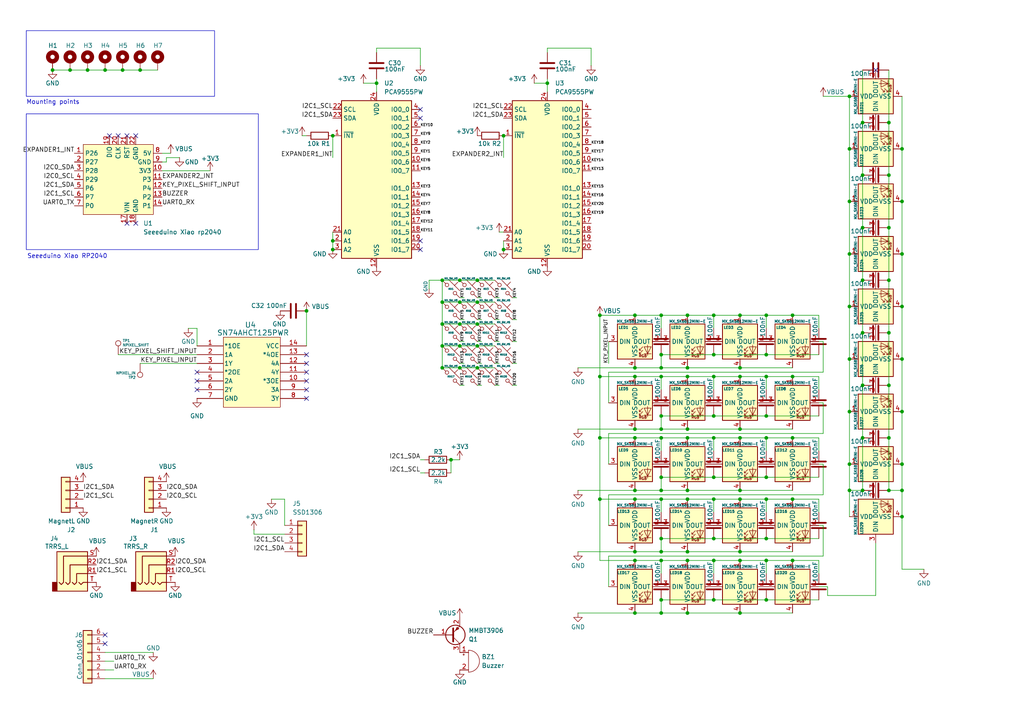
<source format=kicad_sch>
(kicad_sch (version 20231120) (generator "eeschema") (generator_version "8.0")
  (paper "A4")
  (junction (at 138.43 81.28))
  (junction (at 184.15 91.44))
  (junction (at 191.77 160.02))
  (junction (at 133.35 100.33))
  (junction (at 214.63 144.78))
  (junction (at 191.77 156.21))
  (junction (at 250.19 96.52))
  (junction (at 191.77 124.46))
  (junction (at 138.43 106.68))
  (junction (at 250.19 35.56))
  (junction (at 214.63 106.68))
  (junction (at 222.25 138.43))
  (junction (at 207.01 144.78))
  (junction (at 246.38 119.38))
  (junction (at 261.62 58.42))
  (junction (at 191.77 144.78))
  (junction (at 207.01 127))
  (junction (at 222.25 109.22))
  (junction (at 214.63 160.02))
  (junction (at 222.25 144.78))
  (junction (at 214.63 124.46))
  (junction (at 191.77 120.65))
  (junction (at 261.62 43.18))
  (junction (at 246.38 88.9))
  (junction (at 199.39 91.44))
  (junction (at 214.63 127))
  (junction (at 128.27 106.68))
  (junction (at 257.81 111.76))
  (junction (at 199.39 106.68))
  (junction (at 191.77 127))
  (junction (at 173.99 109.22))
  (junction (at 88.9 90.17))
  (junction (at 173.99 127))
  (junction (at 199.39 127))
  (junction (at 246.38 142.24))
  (junction (at 229.87 127))
  (junction (at 191.77 177.8))
  (junction (at 191.77 138.43))
  (junction (at 261.62 119.38))
  (junction (at 184.15 160.02))
  (junction (at 229.87 109.22))
  (junction (at 184.15 106.68))
  (junction (at 261.62 104.14))
  (junction (at 191.77 106.68))
  (junction (at 40.64 20.32))
  (junction (at 96.52 72.39))
  (junction (at 128.27 100.33))
  (junction (at 250.19 127))
  (junction (at 222.25 91.44))
  (junction (at 199.39 177.8))
  (junction (at 207.01 173.99))
  (junction (at 214.63 177.8))
  (junction (at 261.62 134.62))
  (junction (at 246.38 27.94))
  (junction (at 15.24 20.32))
  (junction (at 257.81 35.56))
  (junction (at 257.81 81.28))
  (junction (at 229.87 144.78))
  (junction (at 214.63 162.56))
  (junction (at 207.01 120.65))
  (junction (at 138.43 100.33))
  (junction (at 222.25 120.65))
  (junction (at 207.01 156.21))
  (junction (at 246.38 43.18))
  (junction (at 250.19 81.28))
  (junction (at 214.63 142.24))
  (junction (at 138.43 93.98))
  (junction (at 35.56 20.32))
  (junction (at 261.62 88.9))
  (junction (at 173.99 91.44))
  (junction (at 130.81 133.35))
  (junction (at 133.35 106.68))
  (junction (at 199.39 144.78))
  (junction (at 128.27 93.98))
  (junction (at 191.77 162.56))
  (junction (at 222.25 162.56))
  (junction (at 191.77 109.22))
  (junction (at 257.81 66.04))
  (junction (at 250.19 50.8))
  (junction (at 246.38 104.14))
  (junction (at 25.4 20.32))
  (junction (at 133.35 81.28))
  (junction (at 257.81 127))
  (junction (at 250.19 111.76))
  (junction (at 207.01 138.43))
  (junction (at 229.87 91.44))
  (junction (at 257.81 142.24))
  (junction (at 207.01 162.56))
  (junction (at 184.15 109.22))
  (junction (at 214.63 109.22))
  (junction (at 250.19 142.24))
  (junction (at 246.38 58.42))
  (junction (at 222.25 173.99))
  (junction (at 214.63 91.44))
  (junction (at 158.75 24.13))
  (junction (at 138.43 87.63))
  (junction (at 133.35 93.98))
  (junction (at 133.35 87.63))
  (junction (at 191.77 173.99))
  (junction (at 191.77 102.87))
  (junction (at 146.05 72.39))
  (junction (at 30.48 20.32))
  (junction (at 199.39 142.24))
  (junction (at 261.62 149.86))
  (junction (at 207.01 109.22))
  (junction (at 184.15 142.24))
  (junction (at 257.81 50.8))
  (junction (at 257.81 96.52))
  (junction (at 261.62 142.24))
  (junction (at 246.38 134.62))
  (junction (at 199.39 109.22))
  (junction (at 199.39 162.56))
  (junction (at 207.01 91.44))
  (junction (at 184.15 144.78))
  (junction (at 128.27 81.28))
  (junction (at 261.62 73.66))
  (junction (at 222.25 156.21))
  (junction (at 146.05 39.37))
  (junction (at 222.25 127))
  (junction (at 207.01 102.87))
  (junction (at 184.15 177.8))
  (junction (at 199.39 160.02))
  (junction (at 96.52 69.85))
  (junction (at 109.22 24.13))
  (junction (at 20.32 20.32))
  (junction (at 191.77 91.44))
  (junction (at 191.77 142.24))
  (junction (at 184.15 127))
  (junction (at 96.52 39.37))
  (junction (at 184.15 124.46))
  (junction (at 229.87 162.56))
  (junction (at 222.25 102.87))
  (junction (at 250.19 66.04))
  (junction (at 173.99 144.78))
  (junction (at 199.39 124.46))
  (junction (at 246.38 73.66))
  (junction (at 184.15 162.56))
  (junction (at 128.27 87.63))
  (no_connect (at 36.83 64.77))
  (no_connect (at 88.9 110.49))
  (no_connect (at 121.92 69.85))
  (no_connect (at 36.83 39.37))
  (no_connect (at 121.92 72.39))
  (no_connect (at 88.9 113.03))
  (no_connect (at 88.9 115.57))
  (no_connect (at 57.15 107.95))
  (no_connect (at 30.48 184.15))
  (no_connect (at 57.15 113.03))
  (no_connect (at 88.9 107.95))
  (no_connect (at 39.37 39.37))
  (no_connect (at 121.92 31.75))
  (no_connect (at 34.29 39.37))
  (no_connect (at 31.75 39.37))
  (no_connect (at 88.9 105.41))
  (no_connect (at 121.92 34.29))
  (no_connect (at 254 20.32))
  (no_connect (at 57.15 110.49))
  (no_connect (at 39.37 64.77))
  (no_connect (at 30.48 186.69))
  (no_connect (at 88.9 102.87))
  (wire (pts (xy 257.81 127) (xy 257.81 142.24)))
  (wire (pts (xy 158.75 13.97) (xy 158.75 15.24)))
  (wire (pts (xy 87.63 39.37) (xy 88.9 39.37)))
  (wire (pts (xy 199.39 160.02) (xy 214.63 160.02)))
  (wire (pts (xy 167.64 177.8) (xy 184.15 177.8)))
  (wire (pts (xy 237.49 166.37) (xy 237.49 162.56)))
  (wire (pts (xy 261.62 119.38) (xy 261.62 134.62)))
  (wire (pts (xy 139.7 105.41) (xy 138.43 105.41)))
  (wire (pts (xy 207.01 144.78) (xy 214.63 144.78)))
  (wire (pts (xy 207.01 120.65) (xy 222.25 120.65)))
  (wire (pts (xy 257.81 66.04) (xy 257.81 81.28)))
  (wire (pts (xy 173.99 109.22) (xy 184.15 109.22)))
  (wire (pts (xy 144.78 99.06) (xy 143.51 99.06)))
  (wire (pts (xy 138.43 81.28) (xy 143.51 81.28)))
  (wire (pts (xy 222.25 102.87) (xy 237.49 102.87)))
  (wire (pts (xy 191.77 91.44) (xy 184.15 91.44)))
  (wire (pts (xy 250.19 50.8) (xy 250.19 66.04)))
  (wire (pts (xy 191.77 156.21) (xy 207.01 156.21)))
  (wire (pts (xy 49.53 44.45) (xy 46.99 44.45)))
  (wire (pts (xy 246.38 88.9) (xy 246.38 104.14)))
  (wire (pts (xy 261.62 73.66) (xy 261.62 88.9)))
  (wire (pts (xy 149.86 99.06) (xy 148.59 99.06)))
  (wire (pts (xy 250.19 111.76) (xy 250.19 127)))
  (wire (pts (xy 246.38 43.18) (xy 246.38 58.42)))
  (wire (pts (xy 144.78 67.31) (xy 146.05 67.31)))
  (wire (pts (xy 207.01 127) (xy 199.39 127)))
  (wire (pts (xy 191.77 113.03) (xy 191.77 109.22)))
  (wire (pts (xy 173.99 91.44) (xy 173.99 109.22)))
  (wire (pts (xy 158.75 24.13) (xy 158.75 26.67)))
  (wire (pts (xy 238.76 143.51) (xy 238.76 134.62)))
  (wire (pts (xy 238.76 161.29) (xy 176.53 161.29)))
  (wire (pts (xy 146.05 39.37) (xy 146.05 45.72)))
  (wire (pts (xy 130.81 133.35) (xy 130.81 137.16)))
  (wire (pts (xy 40.64 20.32) (xy 45.72 20.32)))
  (wire (pts (xy 214.63 177.8) (xy 229.87 177.8)))
  (wire (pts (xy 134.62 86.36) (xy 133.35 86.36)))
  (wire (pts (xy 238.76 125.73) (xy 238.76 116.84)))
  (wire (pts (xy 96.52 69.85) (xy 96.52 72.39)))
  (wire (pts (xy 238.76 99.06) (xy 237.49 99.06)))
  (wire (pts (xy 191.77 130.81) (xy 191.77 127)))
  (wire (pts (xy 88.9 90.17) (xy 88.9 100.33)))
  (wire (pts (xy 207.01 173.99) (xy 222.25 173.99)))
  (wire (pts (xy 222.25 113.03) (xy 222.25 109.22)))
  (wire (pts (xy 222.25 148.59) (xy 222.25 144.78)))
  (wire (pts (xy 176.53 105.41) (xy 176.53 99.06)))
  (wire (pts (xy 15.24 20.32) (xy 20.32 20.32)))
  (wire (pts (xy 133.35 81.28) (xy 138.43 81.28)))
  (wire (pts (xy 25.4 20.32) (xy 30.48 20.32)))
  (wire (pts (xy 222.25 130.81) (xy 222.25 127)))
  (wire (pts (xy 60.96 49.53) (xy 46.99 49.53)))
  (wire (pts (xy 237.49 109.22) (xy 229.87 109.22)))
  (wire (pts (xy 176.53 143.51) (xy 176.53 152.4)))
  (wire (pts (xy 222.25 127) (xy 229.87 127)))
  (wire (pts (xy 128.27 81.28) (xy 124.46 81.28)))
  (wire (pts (xy 214.63 160.02) (xy 229.87 160.02)))
  (wire (pts (xy 214.63 142.24) (xy 229.87 142.24)))
  (wire (pts (xy 237.49 152.4) (xy 238.76 152.4)))
  (wire (pts (xy 257.81 81.28) (xy 257.81 96.52)))
  (wire (pts (xy 261.62 104.14) (xy 261.62 119.38)))
  (wire (pts (xy 191.77 95.25) (xy 191.77 91.44)))
  (wire (pts (xy 257.81 96.52) (xy 257.81 111.76)))
  (wire (pts (xy 109.22 24.13) (xy 109.22 26.67)))
  (wire (pts (xy 237.49 95.25) (xy 237.49 91.44)))
  (wire (pts (xy 176.53 107.95) (xy 176.53 116.84)))
  (wire (pts (xy 176.53 125.73) (xy 176.53 134.62)))
  (wire (pts (xy 246.38 27.94) (xy 246.38 43.18)))
  (wire (pts (xy 207.01 91.44) (xy 214.63 91.44)))
  (wire (pts (xy 207.01 144.78) (xy 199.39 144.78)))
  (wire (pts (xy 250.19 96.52) (xy 250.19 111.76)))
  (wire (pts (xy 173.99 127) (xy 173.99 144.78)))
  (wire (pts (xy 167.64 124.46) (xy 184.15 124.46)))
  (wire (pts (xy 173.99 109.22) (xy 173.99 127)))
  (wire (pts (xy 40.64 105.41) (xy 57.15 105.41)))
  (wire (pts (xy 222.25 109.22) (xy 214.63 109.22)))
  (wire (pts (xy 257.81 111.76) (xy 257.81 127)))
  (wire (pts (xy 191.77 109.22) (xy 184.15 109.22)))
  (wire (pts (xy 240.03 172.72) (xy 240.03 170.18)))
  (wire (pts (xy 207.01 95.25) (xy 207.01 91.44)))
  (wire (pts (xy 238.76 152.4) (xy 238.76 161.29)))
  (wire (pts (xy 121.92 137.16) (xy 123.19 137.16)))
  (wire (pts (xy 191.77 109.22) (xy 199.39 109.22)))
  (wire (pts (xy 82.55 144.78) (xy 78.74 144.78)))
  (wire (pts (xy 191.77 144.78) (xy 199.39 144.78)))
  (wire (pts (xy 82.55 154.94) (xy 73.66 154.94)))
  (wire (pts (xy 176.53 125.73) (xy 238.76 125.73)))
  (wire (pts (xy 128.27 87.63) (xy 133.35 87.63)))
  (wire (pts (xy 222.25 166.37) (xy 222.25 162.56)))
  (wire (pts (xy 128.27 87.63) (xy 128.27 93.98)))
  (wire (pts (xy 207.01 130.81) (xy 207.01 127)))
  (wire (pts (xy 34.29 102.87) (xy 57.15 102.87)))
  (wire (pts (xy 173.99 127) (xy 184.15 127)))
  (wire (pts (xy 176.53 107.95) (xy 238.76 107.95)))
  (wire (pts (xy 134.62 92.71) (xy 133.35 92.71)))
  (wire (pts (xy 246.38 104.14) (xy 246.38 119.38)))
  (wire (pts (xy 207.01 91.44) (xy 199.39 91.44)))
  (wire (pts (xy 133.35 87.63) (xy 138.43 87.63)))
  (wire (pts (xy 167.64 142.24) (xy 184.15 142.24)))
  (wire (pts (xy 191.77 142.24) (xy 199.39 142.24)))
  (wire (pts (xy 246.38 149.86) (xy 246.38 142.24)))
  (wire (pts (xy 222.25 138.43) (xy 237.49 138.43)))
  (wire (pts (xy 261.62 149.86) (xy 261.62 165.1)))
  (wire (pts (xy 184.15 124.46) (xy 191.77 124.46)))
  (wire (pts (xy 121.92 13.97) (xy 121.92 19.05)))
  (wire (pts (xy 30.48 20.32) (xy 35.56 20.32)))
  (wire (pts (xy 246.38 73.66) (xy 246.38 88.9)))
  (wire (pts (xy 173.99 91.44) (xy 184.15 91.44)))
  (wire (pts (xy 222.25 162.56) (xy 214.63 162.56)))
  (wire (pts (xy 48.26 45.72) (xy 48.26 46.99)))
  (wire (pts (xy 250.19 81.28) (xy 250.19 96.52)))
  (wire (pts (xy 146.05 69.85) (xy 146.05 72.39)))
  (wire (pts (xy 207.01 109.22) (xy 199.39 109.22)))
  (wire (pts (xy 261.62 27.94) (xy 261.62 43.18)))
  (wire (pts (xy 44.45 196.85) (xy 30.48 196.85)))
  (wire (pts (xy 237.49 116.84) (xy 238.76 116.84)))
  (wire (pts (xy 191.77 102.87) (xy 207.01 102.87)))
  (wire (pts (xy 222.25 144.78) (xy 214.63 144.78)))
  (wire (pts (xy 173.99 162.56) (xy 184.15 162.56)))
  (wire (pts (xy 222.25 91.44) (xy 214.63 91.44)))
  (wire (pts (xy 237.49 144.78) (xy 229.87 144.78)))
  (wire (pts (xy 191.77 162.56) (xy 199.39 162.56)))
  (wire (pts (xy 261.62 134.62) (xy 261.62 142.24)))
  (wire (pts (xy 154.94 24.13) (xy 158.75 24.13)))
  (wire (pts (xy 257.81 20.32) (xy 257.81 35.56)))
  (wire (pts (xy 222.25 91.44) (xy 229.87 91.44)))
  (wire (pts (xy 261.62 43.18) (xy 261.62 58.42)))
  (wire (pts (xy 261.62 58.42) (xy 261.62 73.66)))
  (wire (pts (xy 214.63 106.68) (xy 229.87 106.68)))
  (wire (pts (xy 133.35 106.68) (xy 138.43 106.68)))
  (wire (pts (xy 35.56 20.32) (xy 40.64 20.32)))
  (wire (pts (xy 144.78 105.41) (xy 143.51 105.41)))
  (wire (pts (xy 133.35 100.33) (xy 138.43 100.33)))
  (wire (pts (xy 176.53 143.51) (xy 238.76 143.51)))
  (wire (pts (xy 158.75 22.86) (xy 158.75 24.13)))
  (wire (pts (xy 48.26 46.99) (xy 46.99 46.99)))
  (wire (pts (xy 250.19 66.04) (xy 250.19 81.28)))
  (wire (pts (xy 257.81 50.8) (xy 257.81 66.04)))
  (wire (pts (xy 139.7 92.71) (xy 138.43 92.71)))
  (wire (pts (xy 238.76 134.62) (xy 237.49 134.62)))
  (wire (pts (xy 191.77 162.56) (xy 184.15 162.56)))
  (wire (pts (xy 191.77 166.37) (xy 191.77 162.56)))
  (wire (pts (xy 173.99 144.78) (xy 173.99 162.56)))
  (wire (pts (xy 207.01 162.56) (xy 199.39 162.56)))
  (wire (pts (xy 191.77 138.43) (xy 191.77 142.24)))
  (wire (pts (xy 191.77 106.68) (xy 199.39 106.68)))
  (wire (pts (xy 167.64 106.68) (xy 184.15 106.68)))
  (wire (pts (xy 254 172.72) (xy 240.03 172.72)))
  (wire (pts (xy 191.77 91.44) (xy 199.39 91.44)))
  (wire (pts (xy 184.15 177.8) (xy 191.77 177.8)))
  (wire (pts (xy 184.15 160.02) (xy 191.77 160.02)))
  (wire (pts (xy 191.77 177.8) (xy 199.39 177.8)))
  (wire (pts (xy 207.01 113.03) (xy 207.01 109.22)))
  (wire (pts (xy 128.27 106.68) (xy 133.35 106.68)))
  (wire (pts (xy 237.49 127) (xy 229.87 127)))
  (wire (pts (xy 139.7 86.36) (xy 138.43 86.36)))
  (wire (pts (xy 191.77 120.65) (xy 191.77 124.46)))
  (wire (pts (xy 149.86 111.76) (xy 148.59 111.76)))
  (wire (pts (xy 207.01 138.43) (xy 222.25 138.43)))
  (wire (pts (xy 250.19 20.32) (xy 250.19 35.56)))
  (wire (pts (xy 207.01 162.56) (xy 214.63 162.56)))
  (wire (pts (xy 73.66 154.94) (xy 73.66 153.67)))
  (wire (pts (xy 207.01 109.22) (xy 214.63 109.22)))
  (wire (pts (xy 133.35 133.35) (xy 130.81 133.35)))
  (wire (pts (xy 240.03 170.18) (xy 237.49 170.18)))
  (wire (pts (xy 191.77 173.99) (xy 207.01 173.99)))
  (wire (pts (xy 128.27 81.28) (xy 128.27 87.63)))
  (wire (pts (xy 237.49 130.81) (xy 237.49 127)))
  (wire (pts (xy 207.01 102.87) (xy 222.25 102.87)))
  (wire (pts (xy 57.15 95.25) (xy 54.61 95.25)))
  (wire (pts (xy 57.15 100.33) (xy 57.15 95.25)))
  (wire (pts (xy 144.78 92.71) (xy 143.51 92.71)))
  (wire (pts (xy 105.41 24.13) (xy 109.22 24.13)))
  (wire (pts (xy 149.86 92.71) (xy 148.59 92.71)))
  (wire (pts (xy 138.43 87.63) (xy 143.51 87.63)))
  (wire (pts (xy 199.39 142.24) (xy 214.63 142.24)))
  (wire (pts (xy 184.15 142.24) (xy 191.77 142.24)))
  (wire (pts (xy 207.01 127) (xy 214.63 127)))
  (wire (pts (xy 30.48 189.23) (xy 44.45 189.23)))
  (wire (pts (xy 191.77 144.78) (xy 184.15 144.78)))
  (wire (pts (xy 222.25 127) (xy 214.63 127)))
  (wire (pts (xy 238.76 27.94) (xy 246.38 27.94)))
  (wire (pts (xy 257.81 35.56) (xy 257.81 50.8)))
  (wire (pts (xy 207.01 148.59) (xy 207.01 144.78)))
  (wire (pts (xy 128.27 93.98) (xy 133.35 93.98)))
  (wire (pts (xy 191.77 124.46) (xy 199.39 124.46)))
  (wire (pts (xy 261.62 88.9) (xy 261.62 104.14)))
  (wire (pts (xy 139.7 111.76) (xy 138.43 111.76)))
  (wire (pts (xy 128.27 93.98) (xy 128.27 100.33)))
  (wire (pts (xy 134.62 99.06) (xy 133.35 99.06)))
  (wire (pts (xy 20.32 20.32) (xy 25.4 20.32)))
  (wire (pts (xy 237.49 91.44) (xy 229.87 91.44)))
  (wire (pts (xy 222.25 162.56) (xy 229.87 162.56)))
  (wire (pts (xy 121.92 133.35) (xy 123.19 133.35)))
  (wire (pts (xy 149.86 86.36) (xy 148.59 86.36)))
  (wire (pts (xy 128.27 81.28) (xy 133.35 81.28)))
  (wire (pts (xy 33.02 194.31) (xy 30.48 194.31)))
  (wire (pts (xy 199.39 106.68) (xy 214.63 106.68)))
  (wire (pts (xy 96.52 39.37) (xy 96.52 45.72)))
  (wire (pts (xy 139.7 99.06) (xy 138.43 99.06)))
  (wire (pts (xy 214.63 124.46) (xy 229.87 124.46)))
  (wire (pts (xy 257.81 142.24) (xy 261.62 142.24)))
  (wire (pts (xy 109.22 22.86) (xy 109.22 24.13)))
  (wire (pts (xy 184.15 106.68) (xy 191.77 106.68)))
  (wire (pts (xy 267.97 165.1) (xy 261.62 165.1)))
  (wire (pts (xy 222.25 144.78) (xy 229.87 144.78)))
  (wire (pts (xy 96.52 67.31) (xy 96.52 69.85)))
  (wire (pts (xy 191.77 138.43) (xy 207.01 138.43)))
  (wire (pts (xy 138.43 93.98) (xy 143.51 93.98)))
  (wire (pts (xy 222.25 109.22) (xy 229.87 109.22)))
  (wire (pts (xy 144.78 86.36) (xy 143.51 86.36)))
  (wire (pts (xy 191.77 102.87) (xy 191.77 106.68)))
  (wire (pts (xy 138.43 100.33) (xy 143.51 100.33)))
  (wire (pts (xy 199.39 124.46) (xy 214.63 124.46)))
  (wire (pts (xy 158.75 13.97) (xy 171.45 13.97)))
  (wire (pts (xy 250.19 127) (xy 250.19 142.24)))
  (wire (pts (xy 48.26 45.72) (xy 52.07 45.72)))
  (wire (pts (xy 222.25 120.65) (xy 237.49 120.65)))
  (wire (pts (xy 109.22 13.97) (xy 109.22 15.24)))
  (wire (pts (xy 250.19 142.24) (xy 246.38 142.24)))
  (wire (pts (xy 33.02 191.77) (xy 30.48 191.77)))
  (wire (pts (xy 191.77 127) (xy 199.39 127)))
  (wire (pts (xy 237.49 148.59) (xy 237.49 144.78)))
  (wire (pts (xy 176.53 161.29) (xy 176.53 170.18)))
  (wire (pts (xy 191.77 127) (xy 184.15 127)))
  (wire (pts (xy 171.45 13.97) (xy 171.45 19.05)))
  (wire (pts (xy 82.55 144.78) (xy 82.55 152.4)))
  (wire (pts (xy 133.35 93.98) (xy 138.43 93.98)))
  (wire (pts (xy 207.01 166.37) (xy 207.01 162.56)))
  (wire (pts (xy 138.43 106.68) (xy 143.51 106.68)))
  (wire (pts (xy 238.76 107.95) (xy 238.76 99.06)))
  (wire (pts (xy 191.77 160.02) (xy 199.39 160.02)))
  (wire (pts (xy 167.64 160.02) (xy 184.15 160.02)))
  (wire (pts (xy 191.77 148.59) (xy 191.77 144.78)))
  (wire (pts (xy 134.62 111.76) (xy 133.35 111.76)))
  (wire (pts (xy 237.49 113.03) (xy 237.49 109.22)))
  (wire (pts (xy 134.62 105.41) (xy 133.35 105.41)))
  (wire (pts (xy 128.27 100.33) (xy 133.35 100.33)))
  (wire (pts (xy 250.19 35.56) (xy 250.19 50.8)))
  (wire (pts (xy 199.39 177.8) (xy 214.63 177.8)))
  (wire (pts (xy 109.22 13.97) (xy 121.92 13.97)))
  (wire (pts (xy 254 157.48) (xy 254 172.72)))
  (wire (pts (xy 246.38 134.62) (xy 246.38 142.24)))
  (wire (pts (xy 261.62 142.24) (xy 261.62 149.86)))
  (wire (pts (xy 173.99 144.78) (xy 184.15 144.78)))
  (wire (pts (xy 237.49 162.56) (xy 229.87 162.56)))
  (wire (pts (xy 207.01 156.21) (xy 222.25 156.21)))
  (wire (pts (xy 246.38 58.42) (xy 246.38 73.66)))
  (wire (pts (xy 222.25 173.99) (xy 237.49 173.99)))
  (wire (pts (xy 128.27 100.33) (xy 128.27 106.68)))
  (wire (pts (xy 124.46 81.28) (xy 124.46 83.82)))
  (wire (pts (xy 149.86 105.41) (xy 148.59 105.41)))
  (wire (pts (xy 222.25 95.25) (xy 222.25 91.44)))
  (wire (pts (xy 191.77 156.21) (xy 191.77 160.02)))
  (wire (pts (xy 246.38 119.38) (xy 246.38 134.62)))
  (wire (pts (xy 144.78 111.76) (xy 143.51 111.76)))
  (wire (pts (xy 222.25 156.21) (xy 237.49 156.21)))
  (wire (pts (xy 191.77 173.99) (xy 191.77 177.8)))
  (wire (pts (xy 191.77 120.65) (xy 207.01 120.65)))
  (rectangle (start 7.62 33.02) (end 74.93 72.39))
  (rectangle (start 7.62 8.89) (end 62.23 27.94))
  (text "Seeeduino Xiao RP2040" (at 7.874 74.422 0) (effects (font (size 1.27 1.27)) (justify left)))
  (text "Mounting points" (at 7.62 29.718 0) (effects (font (size 1.27 1.27)) (justify left)))
  (label "KEY_PIXEL_SHIFT_INPUT" (at 46.99 54.61 0))
  (label "EXPANDER1_INT" (at 21.59 44.45 180))
  (label "KEY11" (at 121.92 67.31 0) (effects (font (size 0.75 0.75))))
  (label "KEY_PIXEL_INPUT" (at 57.15 105.41 180))
  (label "KEY2" (at 139.7 86.36 90) (effects (font (size 0.75 0.75))))
  (label "KEY8" (at 149.86 92.71 90) (effects (font (size 0.75 0.75))))
  (label "I2C1_SDA" (at 24.13 142.24 0))
  (label "KEY15" (at 171.45 54.61 0) (effects (font (size 0.75 0.75))))
  (label "I2C1_SCL" (at 146.05 31.75 180))
  (label "I2C0_SDA" (at 21.59 49.53 180))
  (label "I2C1_SCL" (at 24.13 144.78 0))
  (label "BUZZER" (at 125.73 184.15 180))
  (label "KEY17" (at 171.45 44.45 0) (effects (font (size 0.75 0.75))))
  (label "KEY12" (at 149.86 99.06 90) (effects (font (size 0.75 0.75))))
  (label "I2C1_SCL" (at 21.59 57.15 180))
  (label "BUZZER" (at 46.99 57.15 0))
  (label "UART0_RX" (at 33.02 194.31 0))
  (label "KEY13" (at 171.45 49.53 0) (effects (font (size 0.75 0.75))))
  (label "KEY1" (at 134.62 86.36 90) (effects (font (size 0.75 0.75))))
  (label "I2C1_SCL" (at 27.94 166.37 0))
  (label "I2C1_SDA" (at 146.05 34.29 180))
  (label "I2C0_SCL" (at 48.26 144.78 0))
  (label "KEY19" (at 171.45 62.23 0) (effects (font (size 0.75 0.75))))
  (label "KEY5" (at 121.92 49.53 0) (effects (font (size 0.75 0.75))))
  (label "KEY18" (at 171.45 41.91 0) (effects (font (size 0.75 0.75))))
  (label "UART0_TX" (at 21.59 59.69 180))
  (label "KEY14" (at 171.45 46.99 0) (effects (font (size 0.75 0.75))))
  (label "EXPANDER2_INT" (at 146.05 45.72 180))
  (label "KEY_PIXEL_INPUT" (at 176.53 105.41 90) (effects (font (size 1 1))))
  (label "I2C1_SCL" (at 121.92 137.16 180))
  (label "KEY11" (at 144.78 99.06 90) (effects (font (size 0.75 0.75))))
  (label "KEY20" (at 149.86 111.76 90) (effects (font (size 0.75 0.75))))
  (label "KEY18" (at 139.7 111.76 90) (effects (font (size 0.75 0.75))))
  (label "KEY7" (at 144.78 92.71 90) (effects (font (size 0.75 0.75))))
  (label "KEY15" (at 144.78 105.41 90) (effects (font (size 0.75 0.75))))
  (label "KEY3" (at 144.78 86.36 90) (effects (font (size 0.75 0.75))))
  (label "KEY16" (at 171.45 57.15 0) (effects (font (size 0.75 0.75))))
  (label "I2C1_SCL" (at 96.52 31.75 180))
  (label "KEY3" (at 121.92 54.61 0) (effects (font (size 0.75 0.75))))
  (label "KEY2" (at 121.92 41.91 0) (effects (font (size 0.75 0.75))))
  (label "I2C1_SDA" (at 121.92 133.35 180))
  (label "KEY19" (at 144.78 111.76 90) (effects (font (size 0.75 0.75))))
  (label "UART0_TX" (at 33.02 191.77 0))
  (label "UART0_RX" (at 46.99 59.69 0))
  (label "EXPANDER2_INT" (at 46.99 52.07 0))
  (label "KEY17" (at 134.62 111.76 90) (effects (font (size 0.75 0.75))))
  (label "I2C1_SDA" (at 27.94 163.83 0))
  (label "I2C0_SCL" (at 50.8 166.37 0))
  (label "KEY10" (at 121.92 36.83 0) (effects (font (size 0.75 0.75))))
  (label "KEY7" (at 121.92 59.69 0) (effects (font (size 0.75 0.75))))
  (label "KEY6" (at 121.92 46.99 0) (effects (font (size 0.75 0.75))))
  (label "KEY12" (at 121.92 64.77 0) (effects (font (size 0.75 0.75))))
  (label "KEY20" (at 171.45 59.69 0) (effects (font (size 0.75 0.75))))
  (label "KEY8" (at 121.92 62.23 0) (effects (font (size 0.75 0.75))))
  (label "I2C0_SDA" (at 48.26 142.24 0))
  (label "KEY13" (at 134.62 105.41 90) (effects (font (size 0.75 0.75))))
  (label "KEY16" (at 149.86 105.41 90) (effects (font (size 0.75 0.75))))
  (label "KEY6" (at 139.7 92.71 90) (effects (font (size 0.75 0.75))))
  (label "I2C1_SDA" (at 82.55 160.02 180))
  (label "KEY_PIXEL_SHIFT_INPUT" (at 57.15 102.87 180))
  (label "KEY4" (at 121.92 57.15 0) (effects (font (size 0.75 0.75))))
  (label "KEY10" (at 139.7 99.06 90) (effects (font (size 0.75 0.75))))
  (label "KEY4" (at 149.86 86.36 90) (effects (font (size 0.75 0.75))))
  (label "I2C1_SDA" (at 21.59 54.61 180))
  (label "I2C0_SCL" (at 21.59 52.07 180))
  (label "EXPANDER1_INT" (at 96.52 45.72 180))
  (label "KEY14" (at 139.7 105.41 90) (effects (font (size 0.75 0.75))))
  (label "KEY5" (at 134.62 92.71 90) (effects (font (size 0.75 0.75))))
  (label "I2C1_SCL" (at 82.55 157.48 180))
  (label "KEY9" (at 121.92 39.37 0) (effects (font (size 0.75 0.75))))
  (label "I2C1_SDA" (at 96.52 34.29 180))
  (label "KEY1" (at 121.92 44.45 0) (effects (font (size 0.75 0.75))))
  (label "KEY9" (at 134.62 99.06 90) (effects (font (size 0.75 0.75))))
  (label "I2C0_SDA" (at 50.8 163.83 0))
  (symbol (lib_id "PCM_marbastlib-mx:MX_SW_HS_CPG151101S11") (at 130.81 96.52 0) (unit 1)
    (property "Reference" "MX9" (at 130.81 96.52 0) (effects (font (size 0.5 0.5))))
    (property "Value" "MX_SW_HS" (at 130.81 93.472 0) (effects (font (size 0.5 0.5))))
    (property "Footprint" "CustomFootprints:SW_choc_mx_combined" (effects (hide yes)))
    (property "Description" "Push button switch, normally open, two pins, 45° tilted, Kailh CPG151101S11 for Cherry MX style switches" (effects (hide yes)))
  )
  (symbol (lib_id "PCM_marbastlib-mx:MX_SK6812MINI-E") (at 229.87 152.4 0) (unit 1)
    (property "Reference" "LED16" (at 226.568 148.336 0) (effects (font (size 0.75 0.75))))
    (property "Value" "MX_SK6812MINI-E" (at 229.87 146.558 0) (effects (font (size 0.75 0.75))))
    (property "Footprint" "CustomFootprints:LED_MX_6028R-ROT_Custom" (effects (hide yes)))
  )
  (symbol (lib_id "Device:C") (at 254 111.76 270) (unit 1)
    (property "Reference" "C27" (effects (hide yes)))
    (property "Value" "100nF" (at 252.73 112.776 90) (effects (justify right)))
    (property "Footprint" "Capacitor_SMD:C_0603_1608Metric_Pad1.08x0.95mm_HandSolder" (effects (hide yes)))
    (property "Description" "Unpolarized capacitor" (effects (hide yes)))
  )
  (symbol (lib_id "CustomSymbols:SN74AHCT125PWR") (at 57.15 100.33 0) (unit 1)
    (property "Reference" "U4" (at 72.644 94.234 0) (effects (font (size 1.524 1.524))))
    (property "Value" "SN74AHCT125PWR" (at 73.406 96.52 0) (effects (font (size 1.524 1.524))))
    (property "Footprint" "CustomFootprints:SN74AHCT125PWR" (effects (hide yes)))
    (property "Datasheet" "SN74AHCT125PWR" (effects (hide yes)))
  )
  (symbol (lib_id "Device:C") (at 254 66.04 270) (unit 1)
    (property "Reference" "C24" (effects (hide yes)))
    (property "Value" "100nF" (at 252.73 67.056 90) (effects (justify right)))
    (property "Footprint" "Capacitor_SMD:C_0603_1608Metric_Pad1.08x0.95mm_HandSolder" (effects (hide yes)))
    (property "Description" "Unpolarized capacitor" (effects (hide yes)))
  )
  (symbol (lib_id "power:+3V3") (at 87.63 39.37 0) (unit 1)
    (property "Reference" "#PWR06" (effects (hide yes)))
    (property "Value" "+3V3" (at 84.074 38.1 0))
    (property "Description" "Power symbol creates a global label with name \"+3V3\"" (effects (hide yes)))
  )
  (symbol (lib_id "power:GND") (at 50.8 168.91 0) (unit 1)
    (property "Reference" "#PWR036" (effects (hide yes)))
    (property "Value" "GND" (at 50.8 172.72 0))
  )
  (symbol (lib_id "Device:C") (at 222.25 116.84 180) (unit 1)
    (property "Reference" "C7" (effects (hide yes)))
    (property "Value" "100nF" (at 221.234 115.57 90) (effects (justify right)))
    (property "Footprint" "Capacitor_SMD:C_0603_1608Metric_Pad1.08x0.95mm_HandSolder" (effects (hide yes)))
    (property "Description" "Unpolarized capacitor" (effects (hide yes)))
  )
  (symbol (lib_id "Connector_Generic:Conn_01x06") (at 25.4 191.77 180) (unit 1)
    (property "Reference" "J6" (at 22.86 184.15 0))
    (property "Value" "Conn_01x06" (at 23.114 191.262 90))
    (property "Footprint" "Connector_PinHeader_2.54mm:PinHeader_1x06_P2.54mm_Vertical" (effects (hide yes)))
    (property "Description" "Generic connector, single row, 01x06, script generated (kicad-library-utils/schlib/autogen/connector/)" (effects (hide yes)))
  )
  (symbol (lib_id "Mechanical:MountingHole_Pad") (at 20.32 17.78 0) (unit 1)
    (property "Reference" "H2" (at 19.05 13.208 0) (effects (justify left)))
    (property "Value" "MountingHole_Pad" (effects (hide yes)))
    (property "Footprint" "MountingHole:MountingHole_3.2mm_M3_Pad_TopBottom" (effects (hide yes)))
    (property "Description" "Mounting Hole with connection" (effects (hide yes)))
  )
  (symbol (lib_id "PCM_marbastlib-mx:MX_SW_HS_CPG151101S11") (at 130.81 90.17 0) (unit 1)
    (property "Reference" "MX5" (at 130.81 90.17 0) (effects (font (size 0.5 0.5))))
    (property "Value" "MX_SW_HS" (at 130.81 87.122 0) (effects (font (size 0.5 0.5))))
    (property "Footprint" "CustomFootprints:SW_choc_mx_combined" (effects (hide yes)))
    (property "Description" "Push button switch, normally open, two pins, 45° tilted, Kailh CPG151101S11 for Cherry MX style switches" (effects (hide yes)))
  )
  (symbol (lib_id "PCM_marbastlib-mx:MX_SK6812MINI-E") (at 214.63 134.62 0) (unit 1)
    (property "Reference" "LED11" (at 211.328 130.556 0) (effects (font (size 0.75 0.75))))
    (property "Value" "MX_SK6812MINI-E" (at 214.63 128.778 0) (effects (font (size 0.75 0.75))))
    (property "Footprint" "CustomFootprints:LED_MX_6028R-ROT_Custom" (effects (hide yes)))
  )
  (symbol (lib_id "Mechanical:MountingHole_Pad") (at 25.4 17.78 0) (unit 1)
    (property "Reference" "H3" (at 24.13 13.208 0) (effects (justify left)))
    (property "Value" "MountingHole_Pad" (effects (hide yes)))
    (property "Footprint" "MountingHole:MountingHole_3.2mm_M3_Pad_TopBottom" (effects (hide yes)))
    (property "Description" "Mounting Hole with connection" (effects (hide yes)))
  )
  (symbol (lib_id "power:GND") (at 81.28 90.17 0) (unit 1)
    (property "Reference" "#PWR043" (effects (hide yes)))
    (property "Value" "GND" (at 81.026 93.98 0))
    (property "Description" "Power symbol creates a global label with name \"GND\" , ground" (effects (hide yes)))
  )
  (symbol (lib_id "Device:C") (at 207.01 99.06 180) (unit 1)
    (property "Reference" "C2" (effects (hide yes)))
    (property "Value" "100nF" (at 205.994 97.79 90) (effects (justify right)))
    (property "Footprint" "Capacitor_SMD:C_0603_1608Metric_Pad1.08x0.95mm_HandSolder" (effects (hide yes)))
    (property "Description" "Unpolarized capacitor" (effects (hide yes)))
  )
  (symbol (lib_id "Mechanical:MountingHole_Pad") (at 15.24 17.78 0) (unit 1)
    (property "Reference" "H1" (at 13.97 13.208 0) (effects (justify left)))
    (property "Value" "MountingHole_Pad" (effects (hide yes)))
    (property "Footprint" "MountingHole:MountingHole_3.2mm_M3_Pad_TopBottom" (effects (hide yes)))
    (property "Description" "Mounting Hole with connection" (effects (hide yes)))
  )
  (symbol (lib_id "PCM_marbastlib-mx:MX_SW_HS_CPG151101S11") (at 135.89 83.82 0) (unit 1)
    (property "Reference" "MX2" (at 135.89 83.82 0) (effects (font (size 0.5 0.5))))
    (property "Value" "MX_SW_HS" (at 135.89 80.772 0) (effects (font (size 0.5 0.5))))
    (property "Footprint" "CustomFootprints:SW_choc_mx_combined" (effects (hide yes)))
    (property "Description" "Push button switch, normally open, two pins, 45° tilted, Kailh CPG151101S11 for Cherry MX style switches" (effects (hide yes)))
  )
  (symbol (lib_id "PCM_marbastlib-promicroish:Seeeduino_Xiao_rp2040") (at 34.29 52.07 0) (unit 1) (in_bom no)
    (property "Reference" "U1" (at 41.5641 64.77 0) (effects (justify left)))
    (property "Value" "Seeeduino Xiao rp2040" (at 41.5641 67.31 0) (effects (justify left)))
    (property "Footprint" "CustomFootprints:Xiao_rp2040_AC_Reflow_Custom" (effects (hide yes)))
    (property "Description" "Symbol for a Seeeduino Xiao rp2040" (effects (hide yes)))
  )
  (symbol (lib_id "Device:C") (at 109.22 19.05 180) (unit 1)
    (property "Reference" "C30" (at 112.522 18.288 0) (effects (justify right)))
    (property "Value" "100nF" (at 111.506 20.066 0) (effects (justify right)))
    (property "Footprint" "Capacitor_SMD:C_0603_1608Metric_Pad1.08x0.95mm_HandSolder" (effects (hide yes)))
    (property "Description" "Unpolarized capacitor" (effects (hide yes)))
  )
  (symbol (lib_id "PCM_marbastlib-mx:MX_SK6812MINI-E") (at 184.15 116.84 0) (unit 1)
    (property "Reference" "LED5" (at 180.848 112.776 0) (effects (font (size 0.75 0.75))))
    (property "Value" "MX_SK6812MINI-E" (at 184.15 110.998 0) (effects (font (size 0.75 0.75))))
    (property "Footprint" "CustomFootprints:LED_MX_6028R-ROT_Custom" (effects (hide yes)))
  )
  (symbol (lib_id "power:+3V3") (at 138.43 39.37 0) (unit 1)
    (property "Reference" "#PWR07" (effects (hide yes)))
    (property "Value" "+3V3" (at 134.874 38.1 0))
    (property "Description" "Power symbol creates a global label with name \"+3V3\"" (effects (hide yes)))
  )
  (symbol (lib_id "PCM_marbastlib-mx:MX_SK6812MINI-E") (at 184.15 99.06 0) (unit 1)
    (property "Reference" "LED1" (at 180.848 94.996 0) (effects (font (size 0.75 0.75))))
    (property "Value" "MX_SK6812MINI-E" (at 184.15 93.218 0) (effects (font (size 0.75 0.75))))
    (property "Footprint" "CustomFootprints:LED_MX_6028R-ROT_Custom" (effects (hide yes)))
  )
  (symbol (lib_id "power:GND") (at 15.24 20.32 0) (unit 1)
    (property "Reference" "#PWR03" (effects (hide yes)))
    (property "Value" "GND" (at 15.24 24.13 0))
  )
  (symbol (lib_id "power:+3V3") (at 154.94 24.13 0) (unit 1)
    (property "Reference" "#PWR05" (effects (hide yes)))
    (property "Value" "+3V3" (at 147.32 22.86 0) (effects (justify left)))
  )
  (symbol (lib_id "PCM_marbastlib-mx:MX_SK6812MINI-E") (at 254 58.42 90) (unit 1)
    (property "Reference" "LED23" (at 249.936 61.722 0) (effects (font (size 0.75 0.75))))
    (property "Value" "MX_SK6812MINI-E" (at 248.158 58.42 0) (effects (font (size 0.75 0.75))))
    (property "Footprint" "CustomFootprints:LED_6028R_Custom" (effects (hide yes)))
  )
  (symbol (lib_id "Connector:TestPoint") (at 34.29 102.87 0) (unit 1)
    (property "Reference" "TP1" (at 35.56 98.806 0) (effects (font (size 0.75 0.75)) (justify left)))
    (property "Value" "NPIXEL_SHIFT" (at 35.56 100.076 0) (effects (font (size 0.75 0.75)) (justify left)))
    (property "Footprint" "TestPoint:TestPoint_Pad_1.0x1.0mm" (effects (hide yes)))
    (property "Description" "test point" (effects (hide yes)))
  )
  (symbol (lib_id "power:+3V3") (at 144.78 67.31 0) (unit 1)
    (property "Reference" "#PWR011" (effects (hide yes)))
    (property "Value" "+3V3" (at 140.462 66.04 0))
  )
  (symbol (lib_id "power:VBUS") (at 27.94 161.29 0) (unit 1)
    (property "Reference" "#PWR033" (effects (hide yes)))
    (property "Value" "VBUS" (at 28.321 156.8958 0))
  )
  (symbol (lib_id "PCM_marbastlib-mx:MX_SK6812MINI-E") (at 254 149.86 90) (unit 1)
    (property "Reference" "LED29" (at 249.936 153.162 0) (effects (font (size 0.75 0.75))))
    (property "Value" "MX_SK6812MINI-E" (at 248.158 149.86 0) (effects (font (size 0.75 0.75))))
    (property "Footprint" "CustomFootprints:LED_6028R_Custom" (effects (hide yes)))
  )
  (symbol (lib_id "PCM_marbastlib-mx:MX_SW_HS_CPG151101S11") (at 135.89 96.52 0) (unit 1)
    (property "Reference" "MX10" (at 135.89 96.52 0) (effects (font (size 0.5 0.5))))
    (property "Value" "MX_SW_HS" (at 135.89 93.472 0) (effects (font (size 0.5 0.5))))
    (property "Footprint" "CustomFootprints:SW_choc_mx_combined" (effects (hide yes)))
    (property "Description" "Push button switch, normally open, two pins, 45° tilted, Kailh CPG151101S11 for Cherry MX style switches" (effects (hide yes)))
  )
  (symbol (lib_id "Device:C") (at 237.49 99.06 180) (unit 1)
    (property "Reference" "C4" (effects (hide yes)))
    (property "Value" "100nF" (at 236.474 97.79 90) (effects (justify right)))
    (property "Footprint" "Capacitor_SMD:C_0603_1608Metric_Pad1.08x0.95mm_HandSolder" (effects (hide yes)))
    (property "Description" "Unpolarized capacitor" (effects (hide yes)))
  )
  (symbol (lib_id "PCM_marbastlib-mx:MX_SK6812MINI-E") (at 254 104.14 90) (unit 1)
    (property "Reference" "LED26" (at 249.936 107.442 0) (effects (font (size 0.75 0.75))))
    (property "Value" "MX_SK6812MINI-E" (at 248.158 104.14 0) (effects (font (size 0.75 0.75))))
    (property "Footprint" "CustomFootprints:LED_6028R_Custom" (effects (hide yes)))
  )
  (symbol (lib_id "power:GND") (at 24.13 147.32 0) (unit 1)
    (property "Reference" "#PWR029" (effects (hide yes)))
    (property "Value" "GND" (at 24.13 151.13 0))
  )
  (symbol (lib_id "power:GND") (at 167.64 124.46 0) (unit 1)
    (property "Reference" "#PWR024" (effects (hide yes)))
    (property "Value" "GND" (at 167.64 128.524 0))
  )
  (symbol (lib_id "PCM_marbastlib-mx:MX_SK6812MINI-E") (at 214.63 116.84 0) (unit 1)
    (property "Reference" "LED7" (at 211.328 112.776 0) (effects (font (size 0.75 0.75))))
    (property "Value" "MX_SK6812MINI-E" (at 214.63 110.998 0) (effects (font (size 0.75 0.75))))
    (property "Footprint" "CustomFootprints:LED_MX_6028R-ROT_Custom" (effects (hide yes)))
  )
  (symbol (lib_id "power:GND") (at 171.45 19.05 0) (unit 1)
    (property "Reference" "#PWR02" (effects (hide yes)))
    (property "Value" "GND" (at 171.45 22.86 0))
  )
  (symbol (lib_id "power:GND") (at 121.92 19.05 0) (unit 1)
    (property "Reference" "#PWR01" (effects (hide yes)))
    (property "Value" "GND" (at 121.92 22.86 0))
  )
  (symbol (lib_id "Device:R") (at 127 133.35 270) (unit 1)
    (property "Reference" "R3" (at 125.73 131.064 90) (effects (justify left)))
    (property "Value" "2.2k" (at 124.968 133.35 90) (effects (justify left)))
    (property "Footprint" "Resistor_SMD:R_0603_1608Metric_Pad0.98x0.95mm_HandSolder" (effects (hide yes)))
    (property "Description" "Resistor" (effects (hide yes)))
  )
  (symbol (lib_id "Transistor_BJT:MMBT3906") (at 130.81 184.15 0) (mirror x) (unit 1)
    (property "Reference" "Q1" (at 135.89 185.4201 0) (effects (justify left)))
    (property "Value" "MMBT3906" (at 135.89 182.8801 0) (effects (justify left)))
    (property "Footprint" "Package_TO_SOT_SMD:SOT-23" (effects (hide yes)))
    (property "Datasheet" "https://www.onsemi.com/pdf/datasheet/pzt3906-d.pdf" (effects (hide yes)))
    (property "Description" "-0.2A Ic, -40V Vce, Small Signal PNP Transistor, SOT-23" (effects (hide yes)))
  )
  (symbol (lib_id "PCM_marbastlib-mx:MX_SW_HS_CPG151101S11") (at 135.89 102.87 0) (unit 1)
    (property "Reference" "MX14" (at 135.89 102.87 0) (effects (font (size 0.5 0.5))))
    (property "Value" "MX_SW_HS" (at 135.89 99.822 0) (effects (font (size 0.5 0.5))))
    (property "Footprint" "CustomFootprints:SW_choc_mx_combined" (effects (hide yes)))
    (property "Description" "Push button switch, normally open, two pins, 45° tilted, Kailh CPG151101S11 for Cherry MX style switches" (effects (hide yes)))
  )
  (symbol (lib_id "PCM_marbastlib-mx:MX_SK6812MINI-E") (at 229.87 116.84 0) (unit 1)
    (property "Reference" "LED8" (at 226.568 112.776 0) (effects (font (size 0.75 0.75))))
    (property "Value" "MX_SK6812MINI-E" (at 229.87 110.998 0) (effects (font (size 0.75 0.75))))
    (property "Footprint" "CustomFootprints:LED_MX_6028R-ROT_Custom" (effects (hide yes)))
  )
  (symbol (lib_id "PCM_marbastlib-mx:MX_SK6812MINI-E") (at 254 27.94 90) (unit 1)
    (property "Reference" "LED21" (at 249.936 31.242 0) (effects (font (size 0.75 0.75))))
    (property "Value" "MX_SK6812MINI-E" (at 248.158 27.94 0) (effects (font (size 0.75 0.75))))
    (property "Footprint" "CustomFootprints:LED_6028R_Custom" (effects (hide yes)))
  )
  (symbol (lib_id "Device:Buzzer") (at 135.89 191.77 0) (unit 1)
    (property "Reference" "BZ1" (at 139.7 190.4999 0) (effects (justify left)))
    (property "Value" "Buzzer" (at 139.7 193.0399 0) (effects (justify left)))
    (property "Footprint" "Buzzer_Beeper:MagneticBuzzer_CUI_CMT-8504-100-SMT" (effects (hide yes)))
    (property "Description" "Buzzer, polarized" (effects (hide yes)))
  )
  (symbol (lib_id "PCM_marbastlib-mx:MX_SW_HS_CPG151101S11") (at 130.81 109.22 0) (unit 1)
    (property "Reference" "MX17" (at 130.81 109.22 0) (effects (font (size 0.5 0.5))))
    (property "Value" "MX_SW_HS" (at 130.81 106.172 0) (effects (font (size 0.5 0.5))))
    (property "Footprint" "CustomFootprints:SW_choc_mx_combined" (effects (hide yes)))
    (property "Description" "Push button switch, normally open, two pins, 45° tilted, Kailh CPG151101S11 for Cherry MX style switches" (effects (hide yes)))
  )
  (symbol (lib_id "Connector_Generic:Conn_01x04") (at 19.05 144.78 180) (unit 1)
    (property "Reference" "J2" (at 21.844 153.67 0) (effects (justify left)))
    (property "Value" "MagnetL" (at 21.844 151.13 0) (effects (justify left)))
    (property "Footprint" "CustomFootprints:5358_mag_connector_1x4_pins" (effects (hide yes)))
  )
  (symbol (lib_id "PCM_marbastlib-mx:MX_SK6812MINI-E") (at 214.63 99.06 0) (unit 1)
    (property "Reference" "LED3" (at 211.328 94.996 0) (effects (font (size 0.75 0.75))))
    (property "Value" "MX_SK6812MINI-E" (at 214.63 93.218 0) (effects (font (size 0.75 0.75))))
    (property "Footprint" "CustomFootprints:LED_MX_6028R-ROT_Custom" (effects (hide yes)))
  )
  (symbol (lib_id "PCM_marbastlib-mx:MX_SW_HS_CPG151101S11") (at 146.05 109.22 0) (unit 1)
    (property "Reference" "MX20" (at 146.05 109.22 0) (effects (font (size 0.5 0.5))))
    (property "Value" "MX_SW_HS" (at 146.05 106.172 0) (effects (font (size 0.5 0.5))))
    (property "Footprint" "CustomFootprints:SW_choc_mx_combined" (effects (hide yes)))
    (property "Description" "Push button switch, normally open, two pins, 45° tilted, Kailh CPG151101S11 for Cherry MX style switches" (effects (hide yes)))
  )
  (symbol (lib_id "Device:C") (at 237.49 170.18 180) (unit 1)
    (property "Reference" "C20" (effects (hide yes)))
    (property "Value" "100nF" (at 236.474 168.91 90) (effects (justify right)))
    (property "Footprint" "Capacitor_SMD:C_0603_1608Metric_Pad1.08x0.95mm_HandSolder" (effects (hide yes)))
    (property "Description" "Unpolarized capacitor" (effects (hide yes)))
  )
  (symbol (lib_id "Device:C") (at 191.77 134.62 180) (unit 1)
    (property "Reference" "C9" (effects (hide yes)))
    (property "Value" "100nF" (at 190.754 133.35 90) (effects (justify right)))
    (property "Footprint" "Capacitor_SMD:C_0603_1608Metric_Pad1.08x0.95mm_HandSolder" (effects (hide yes)))
    (property "Description" "Unpolarized capacitor" (effects (hide yes)))
  )
  (symbol (lib_id "power:GND") (at 52.07 45.72 0) (unit 1)
    (property "Reference" "#PWR09" (effects (hide yes)))
    (property "Value" "GND" (at 55.626 46.99 0))
  )
  (symbol (lib_id "PCM_marbastlib-mx:MX_SK6812MINI-E") (at 214.63 152.4 0) (unit 1)
    (property "Reference" "LED15" (at 211.328 148.336 0) (effects (font (size 0.75 0.75))))
    (property "Value" "MX_SK6812MINI-E" (at 214.63 146.558 0) (effects (font (size 0.75 0.75))))
    (property "Footprint" "CustomFootprints:LED_MX_6028R-ROT_Custom" (effects (hide yes)))
  )
  (symbol (lib_id "PCM_marbastlib-mx:MX_SK6812MINI-E") (at 199.39 116.84 0) (unit 1)
    (property "Reference" "LED6" (at 196.088 112.776 0) (effects (font (size 0.75 0.75))))
    (property "Value" "MX_SK6812MINI-E" (at 199.39 110.998 0) (effects (font (size 0.75 0.75))))
    (property "Footprint" "CustomFootprints:LED_MX_6028R-ROT_Custom" (effects (hide yes)))
  )
  (symbol (lib_id "Device:C") (at 254 20.32 270) (unit 1)
    (property "Reference" "C21" (effects (hide yes)))
    (property "Value" "100nF" (at 252.73 21.336 90) (effects (justify right)))
    (property "Footprint" "Capacitor_SMD:C_0603_1608Metric_Pad1.08x0.95mm_HandSolder" (effects (hide yes)))
    (property "Description" "Unpolarized capacitor" (effects (hide yes)))
  )
  (symbol (lib_id "Device:C") (at 191.77 99.06 180) (unit 1)
    (property "Reference" "C1" (effects (hide yes)))
    (property "Value" "100nF" (at 190.754 97.79 90) (effects (justify right)))
    (property "Footprint" "Capacitor_SMD:C_0603_1608Metric_Pad1.08x0.95mm_HandSolder" (effects (hide yes)))
    (property "Description" "Unpolarized capacitor" (effects (hide yes)))
  )
  (symbol (lib_id "Device:C") (at 254 35.56 270) (unit 1)
    (property "Reference" "C22" (effects (hide yes)))
    (property "Value" "100nF" (at 252.73 36.576 90) (effects (justify right)))
    (property "Footprint" "Capacitor_SMD:C_0603_1608Metric_Pad1.08x0.95mm_HandSolder" (effects (hide yes)))
    (property "Description" "Unpolarized capacitor" (effects (hide yes)))
  )
  (symbol (lib_id "Connector_Generic:Conn_01x04") (at 87.63 154.94 0) (unit 1)
    (property "Reference" "J5" (at 84.836 146.05 0) (effects (justify left)))
    (property "Value" "SSD1306" (at 84.836 148.59 0) (effects (justify left)))
    (property "Footprint" "CustomFootprints:SSD1306_128x32" (effects (hide yes)))
  )
  (symbol (lib_id "PCM_marbastlib-mx:MX_SK6812MINI-E") (at 214.63 170.18 0) (unit 1)
    (property "Reference" "LED19" (at 211.328 166.116 0) (effects (font (size 0.75 0.75))))
    (property "Value" "MX_SK6812MINI-E" (at 214.63 164.338 0) (effects (font (size 0.75 0.75))))
    (property "Footprint" "CustomFootprints:LED_MX_6028R-ROT_Custom" (effects (hide yes)))
  )
  (symbol (lib_id "power:VBUS") (at 49.53 44.45 0) (unit 1)
    (property "Reference" "#PWR08" (effects (hide yes)))
    (property "Value" "VBUS" (at 53.34 43.18 0))
    (property "Description" "Power symbol creates a global label with name \"VBUS\"" (effects (hide yes)))
  )
  (symbol (lib_id "PCM_marbastlib-mx:MX_SK6812MINI-E") (at 254 88.9 90) (unit 1)
    (property "Reference" "LED25" (at 249.936 92.202 0) (effects (font (size 0.75 0.75))))
    (property "Value" "MX_SK6812MINI-E" (at 248.158 88.9 0) (effects (font (size 0.75 0.75))))
    (property "Footprint" "CustomFootprints:LED_6028R_Custom" (effects (hide yes)))
  )
  (symbol (lib_id "Device:C") (at 207.01 116.84 180) (unit 1)
    (property "Reference" "C6" (effects (hide yes)))
    (property "Value" "100nF" (at 205.994 115.57 90) (effects (justify right)))
    (property "Footprint" "Capacitor_SMD:C_0603_1608Metric_Pad1.08x0.95mm_HandSolder" (effects (hide yes)))
    (property "Description" "Unpolarized capacitor" (effects (hide yes)))
  )
  (symbol (lib_id "Device:C") (at 191.77 116.84 180) (unit 1)
    (property "Reference" "C5" (effects (hide yes)))
    (property "Value" "100nF" (at 190.754 115.57 90) (effects (justify right)))
    (property "Footprint" "Capacitor_SMD:C_0603_1608Metric_Pad1.08x0.95mm_HandSolder" (effects (hide yes)))
    (property "Description" "Unpolarized capacitor" (effects (hide yes)))
  )
  (symbol (lib_id "Device:C") (at 254 142.24 270) (unit 1)
    (property "Reference" "C29" (effects (hide yes)))
    (property "Value" "100nF" (at 252.73 143.256 90) (effects (justify right)))
    (property "Footprint" "Capacitor_SMD:C_0603_1608Metric_Pad1.08x0.95mm_HandSolder" (effects (hide yes)))
    (property "Description" "Unpolarized capacitor" (effects (hide yes)))
  )
  (symbol (lib_id "Device:C") (at 222.25 99.06 180) (unit 1)
    (property "Reference" "C3" (effects (hide yes)))
    (property "Value" "100nF" (at 221.234 97.79 90) (effects (justify right)))
    (property "Footprint" "Capacitor_SMD:C_0603_1608Metric_Pad1.08x0.95mm_HandSolder" (effects (hide yes)))
    (property "Description" "Unpolarized capacitor" (effects (hide yes)))
  )
  (symbol (lib_id "Device:C") (at 254 50.8 270) (unit 1)
    (property "Reference" "C23" (effects (hide yes)))
    (property "Value" "100nF" (at 252.73 51.816 90) (effects (justify right)))
    (property "Footprint" "Capacitor_SMD:C_0603_1608Metric_Pad1.08x0.95mm_HandSolder" (effects (hide yes)))
    (property "Description" "Unpolarized capacitor" (effects (hide yes)))
  )
  (symbol (lib_id "Device:C") (at 207.01 152.4 180) (unit 1)
    (property "Reference" "C14" (effects (hide yes)))
    (property "Value" "100nF" (at 205.994 151.13 90) (effects (justify right)))
    (property "Footprint" "Capacitor_SMD:C_0603_1608Metric_Pad1.08x0.95mm_HandSolder" (effects (hide yes)))
    (property "Description" "Unpolarized capacitor" (effects (hide yes)))
  )
  (symbol (lib_id "power:VBUS") (at 48.26 139.7 0) (unit 1)
    (property "Reference" "#PWR026" (effects (hide yes)))
    (property "Value" "VBUS" (at 48.641 135.3058 0))
  )
  (symbol (lib_id "PCM_marbastlib-mx:MX_SK6812MINI-E") (at 184.15 170.18 0) (unit 1)
    (property "Reference" "LED17" (at 180.848 166.116 0) (effects (font (size 0.75 0.75))))
    (property "Value" "MX_SK6812MINI-E" (at 184.15 164.338 0) (effects (font (size 0.75 0.75))))
    (property "Footprint" "CustomFootprints:LED_MX_6028R-ROT_Custom" (effects (hide yes)))
  )
  (symbol (lib_id "PCM_marbastlib-mx:MX_SW_HS_CPG151101S11") (at 146.05 96.52 0) (unit 1)
    (property "Reference" "MX12" (at 146.05 96.52 0) (effects (font (size 0.5 0.5))))
    (property "Value" "MX_SW_HS" (at 146.05 93.472 0) (effects (font (size 0.5 0.5))))
    (property "Footprint" "CustomFootprints:SW_choc_mx_combined" (effects (hide yes)))
    (property "Description" "Push button switch, normally open, two pins, 45° tilted, Kailh CPG151101S11 for Cherry MX style switches" (effects (hide yes)))
  )
  (symbol (lib_id "PCM_marbastlib-mx:MX_SK6812MINI-E") (at 184.15 152.4 0) (unit 1)
    (property "Reference" "LED13" (at 180.848 148.336 0) (effects (font (size 0.75 0.75))))
    (property "Value" "MX_SK6812MINI-E" (at 184.15 146.558 0) (effects (font (size 0.75 0.75))))
    (property "Footprint" "CustomFootprints:LED_MX_6028R-ROT_Custom" (effects (hide yes)))
  )
  (symbol (lib_id "Device:R") (at 142.24 39.37 90) (unit 1)
    (property "Reference" "R2" (at 144.018 41.656 90))
    (property "Value" "10k" (at 140.462 41.656 90))
    (property "Footprint" "Resistor_SMD:R_0603_1608Metric_Pad0.98x0.95mm_HandSolder" (effects (hide yes)))
    (property "Description" "Resistor" (effects (hide yes)))
  )
  (symbol (lib_id "power:GND") (at 96.52 72.39 0) (unit 1)
    (property "Reference" "#PWR012" (effects (hide yes)))
    (property "Value" "GND" (at 92.71 73.66 0))
  )
  (symbol (lib_id "power:GND") (at 78.74 144.78 0) (unit 1)
    (property "Reference" "#PWR028" (effects (hide yes)))
    (property "Value" "GND" (at 78.74 148.59 0))
  )
  (symbol (lib_id "Device:C") (at 207.01 134.62 180) (unit 1)
    (property "Reference" "C10" (effects (hide yes)))
    (property "Value" "100nF" (at 205.994 133.35 90) (effects (justify right)))
    (property "Footprint" "Capacitor_SMD:C_0603_1608Metric_Pad1.08x0.95mm_HandSolder" (effects (hide yes)))
    (property "Description" "Unpolarized capacitor" (effects (hide yes)))
  )
  (symbol (lib_id "power:GND") (at 267.97 165.1 0) (unit 1)
    (property "Reference" "#PWR018" (effects (hide yes)))
    (property "Value" "GND" (at 267.97 169.164 0))
  )
  (symbol (lib_id "Mechanical:MountingHole_Pad") (at 40.64 17.78 0) (unit 1)
    (property "Reference" "H6" (at 39.37 13.208 0) (effects (justify left)))
    (property "Value" "MountingHole_Pad" (effects (hide yes)))
    (property "Footprint" "MountingHole:MountingHole_3.2mm_M3_Pad_TopBottom" (effects (hide yes)))
    (property "Description" "Mounting Hole with connection" (effects (hide yes)))
  )
  (symbol (lib_id "Device:C") (at 254 81.28 270) (unit 1)
    (property "Reference" "C25" (effects (hide yes)))
    (property "Value" "100nF" (at 252.73 82.296 90) (effects (justify right)))
    (property "Footprint" "Capacitor_SMD:C_0603_1608Metric_Pad1.08x0.95mm_HandSolder" (effects (hide yes)))
    (property "Description" "Unpolarized capacitor" (effects (hide yes)))
  )
  (symbol (lib_id "Mechanical:MountingHole_Pad") (at 30.48 17.78 0) (unit 1)
    (property "Reference" "H4" (at 29.21 13.208 0) (effects (justify left)))
    (property "Value" "MountingHole_Pad" (effects (hide yes)))
    (property "Footprint" "MountingHole:MountingHole_3.2mm_M3_Pad_TopBottom" (effects (hide yes)))
    (property "Description" "Mounting Hole with connection" (effects (hide yes)))
  )
  (symbol (lib_id "power:GND") (at 44.45 189.23 0) (unit 1)
    (property "Reference" "#PWR040" (effects (hide yes)))
    (property "Value" "GND" (at 44.45 187.96 0))
    (property "Description" "Power symbol creates a global label with name \"GND\" , ground" (effects (hide yes)))
  )
  (symbol (lib_id "PCM_marbastlib-mx:MX_SK6812MINI-E") (at 254 43.18 90) (unit 1)
    (property "Reference" "LED22" (at 249.936 46.482 0) (effects (font (size 0.75 0.75))))
    (property "Value" "MX_SK6812MINI-E" (at 248.158 43.18 0) (effects (font (size 0.75 0.75))))
    (property "Footprint" "CustomFootprints:LED_6028R_Custom" (effects (hide yes)))
  )
  (symbol (lib_id "power:VBUS") (at 88.9 90.17 0) (unit 1)
    (property "Reference" "#PWR044" (effects (hide yes)))
    (property "Value" "VBUS" (at 92.964 88.9 0))
    (property "Description" "Power symbol creates a global label with name \"VBUS\"" (effects (hide yes)))
  )
  (symbol (lib_id "power:GND") (at 146.05 72.39 0) (unit 1)
    (property "Reference" "#PWR013" (effects (hide yes)))
    (property "Value" "GND" (at 142.24 73.66 0))
  )
  (symbol (lib_id "power:VBUS") (at 133.35 179.07 0) (unit 1)
    (property "Reference" "#PWR039" (effects (hide yes)))
    (property "Value" "VBUS" (at 129.794 177.8 0))
    (property "Description" "Power symbol creates a global label with name \"VBUS\"" (effects (hide yes)))
  )
  (symbol (lib_id "PCM_marbastlib-mx:MX_SW_HS_CPG151101S11") (at 135.89 90.17 0) (unit 1)
    (property "Reference" "MX6" (at 135.89 90.17 0) (effects (font (size 0.5 0.5))))
    (property "Value" "MX_SW_HS" (at 135.89 87.122 0) (effects (font (size 0.5 0.5))))
    (property "Footprint" "CustomFootprints:SW_choc_mx_combined" (effects (hide yes)))
    (property "Description" "Push button switch, normally open, two pins, 45° tilted, Kailh CPG151101S11 for Cherry MX style switches" (effects (hide yes)))
  )
  (symbol (lib_id "PCM_marbastlib-mx:MX_SK6812MINI-E") (at 254 119.38 90) (unit 1)
    (property "Reference" "LED27" (at 249.936 122.682 0) (effects (font (size 0.75 0.75))))
    (property "Value" "MX_SK6812MINI-E" (at 248.158 119.38 0) (effects (font (size 0.75 0.75))))
    (property "Footprint" "CustomFootprints:LED_6028R_Custom" (effects (hide yes)))
  )
  (symbol (lib_id "PCM_marbastlib-mx:MX_SK6812MINI-E") (at 229.87 170.18 0) (unit 1)
    (property "Reference" "LED20" (at 226.568 166.116 0) (effects (font (size 0.75 0.75))))
    (property "Value" "MX_SK6812MINI-E" (at 229.87 164.338 0) (effects (font (size 0.75 0.75))))
    (property "Footprint" "CustomFootprints:LED_MX_6028R-ROT_Custom" (effects (hide yes)))
  )
  (symbol (lib_id "power:GND") (at 158.75 77.47 0) (unit 1)
    (property "Reference" "#PWR015" (effects (hide yes)))
    (property "Value" "GND" (at 154.94 78.74 0))
  )
  (symbol (lib_id "PCM_marbastlib-mx:MX_SW_HS_CPG151101S11") (at 140.97 90.17 0) (unit 1)
    (property "Reference" "MX7" (at 140.97 90.17 0) (effects (font (size 0.5 0.5))))
    (property "Value" "MX_SW_HS" (at 140.97 87.122 0) (effects (font (size 0.5 0.5))))
    (property "Footprint" "CustomFootprints:SW_choc_mx_combined" (effects (hide yes)))
    (property "Description" "Push button switch, normally open, two pins, 45° tilted, Kailh CPG151101S11 for Cherry MX style switches" (effects (hide yes)))
  )
  (symbol (lib_id "Interface_Expansion:PCA9555PW") (at 109.22 52.07 0) (unit 1)
    (property "Reference" "U2" (at 111.4141 24.13 0) (effects (justify left)))
    (property "Value" "PCA9555PW" (at 111.4141 26.67 0) (effects (justify left)))
    (property "Footprint" "Package_SO:TSSOP-24_4.4x7.8mm_P0.65mm" (effects (hide yes)))
    (property "Datasheet" "https://www.nxp.com/docs/en/data-sheet/PCA9555.pdf" (effects (hide yes)))
    (property "Description" "IO expander 16 GPIO, I2C 400kHz, Interrupt, 2.3 - 5.5V, TSSOP-24" (effects (hide yes)))
  )
  (symbol (lib_id "power:GND") (at 57.15 115.57 0) (unit 1)
    (property "Reference" "#PWR047" (effects (hide yes)))
    (property "Value" "GND" (at 57.15 120.65 0))
    (property "Description" "Power symbol creates a global label with name \"GND\" , ground" (effects (hide yes)))
  )
  (symbol (lib_id "PCM_marbastlib-mx:MX_SW_HS_CPG151101S11") (at 135.89 109.22 0) (unit 1)
    (property "Reference" "MX18" (at 135.89 109.22 0) (effects (font (size 0.5 0.5))))
    (property "Value" "MX_SW_HS" (at 135.89 106.172 0) (effects (font (size 0.5 0.5))))
    (property "Footprint" "CustomFootprints:SW_choc_mx_combined" (effects (hide yes)))
    (property "Description" "Push button switch, normally open, two pins, 45° tilted, Kailh CPG151101S11 for Cherry MX style switches" (effects (hide yes)))
  )
  (symbol (lib_id "PCM_marbastlib-mx:MX_SK6812MINI-E") (at 254 134.62 90) (unit 1)
    (property "Reference" "LED28" (at 249.936 137.922 0) (effects (font (size 0.75 0.75))))
    (property "Value" "MX_SK6812MINI-E" (at 248.158 134.62 0) (effects (font (size 0.75 0.75))))
    (property "Footprint" "CustomFootprints:LED_6028R_Custom" (effects (hide yes)))
  )
  (symbol (lib_id "power:VBUS") (at 24.13 139.7 0) (unit 1)
    (property "Reference" "#PWR025" (effects (hide yes)))
    (property "Value" "VBUS" (at 24.511 135.3058 0))
  )
  (symbol (lib_id "PCM_marbastlib-mx:MX_SW_HS_CPG151101S11") (at 130.81 102.87 0) (unit 1)
    (property "Reference" "MX13" (at 130.81 102.87 0) (effects (font (size 0.5 0.5))))
    (property "Value" "MX_SW_HS" (at 130.81 99.822 0) (effects (font (size 0.5 0.5))))
    (property "Footprint" "CustomFootprints:SW_choc_mx_combined" (effects (hide yes)))
    (property "Description" "Push button switch, normally open, two pins, 45° tilted, Kailh CPG151101S11 for Cherry MX style switches" (effects (hide yes)))
  )
  (symbol (lib_id "Device:R") (at 127 137.16 270) (unit 1)
    (property "Reference" "R4" (at 125.73 139.7 90) (effects (justify left)))
    (property "Value" "2.2k" (at 124.968 137.16 90) (effects (justify left)))
    (property "Footprint" "Resistor_SMD:R_0603_1608Metric_Pad0.98x0.95mm_HandSolder" (effects (hide yes)))
    (property "Description" "Resistor" (effects (hide yes)))
  )
  (symbol (lib_id "Device:C") (at 237.49 152.4 180) (unit 1)
    (property "Reference" "C16" (effects (hide yes)))
    (property "Value" "100nF" (at 236.474 151.13 90) (effects (justify right)))
    (property "Footprint" "Capacitor_SMD:C_0603_1608Metric_Pad1.08x0.95mm_HandSolder" (effects (hide yes)))
    (property "Description" "Unpolarized capacitor" (effects (hide yes)))
  )
  (symbol (lib_id "power:GND") (at 27.94 168.91 0) (unit 1)
    (property "Reference" "#PWR035" (effects (hide yes)))
    (property "Value" "GND" (at 27.94 172.72 0))
  )
  (symbol (lib_id "Device:C") (at 158.75 19.05 180) (unit 1)
    (property "Reference" "C31" (at 162.052 18.288 0) (effects (justify right)))
    (property "Value" "100nF" (at 161.036 20.066 0) (effects (justify right)))
    (property "Footprint" "Capacitor_SMD:C_0603_1608Metric_Pad1.08x0.95mm_HandSolder" (effects (hide yes)))
    (property "Description" "Unpolarized capacitor" (effects (hide yes)))
  )
  (symbol (lib_id "Device:C") (at 254 127 270) (unit 1)
    (property "Reference" "C28" (effects (hide yes)))
    (property "Value" "100nF" (at 252.73 128.016 90) (effects (justify right)))
    (property "Footprint" "Capacitor_SMD:C_0603_1608Metric_Pad1.08x0.95mm_HandSolder" (effects (hide yes)))
    (property "Description" "Unpolarized capacitor" (effects (hide yes)))
  )
  (symbol (lib_id "PCM_marbastlib-mx:MX_SK6812MINI-E") (at 199.39 134.62 0) (unit 1)
    (property "Reference" "LED10" (at 196.088 130.556 0) (effects (font (size 0.75 0.75))))
    (property "Value" "MX_SK6812MINI-E" (at 199.39 128.778 0) (effects (font (size 0.75 0.75))))
    (property "Footprint" "CustomFootprints:LED_MX_6028R-ROT_Custom" (effects (hide yes)))
  )
  (symbol (lib_id "PCM_marbastlib-mx:MX_SW_HS_CPG151101S11") (at 146.05 90.17 0) (unit 1)
    (property "Reference" "MX8" (at 146.05 90.17 0) (effects (font (size 0.5 0.5))))
    (property "Value" "MX_SW_HS" (at 146.05 87.122 0) (effects (font (size 0.5 0.5))))
    (property "Footprint" "CustomFootprints:SW_choc_mx_combined" (effects (hide yes)))
    (property "Description" "Push button switch, normally open, two pins, 45° tilted, Kailh CPG151101S11 for Cherry MX style switches" (effects (hide yes)))
  )
  (symbol (lib_id "power:VBUS") (at 238.76 27.94 0) (unit 1)
    (property "Reference" "#PWR017" (effects (hide yes)))
    (property "Value" "VBUS" (at 242.316 26.67 0))
    (property "Description" "Power symbol creates a global label with name \"VBUS\"" (effects (hide yes)))
  )
  (symbol (lib_id "PCM_marbastlib-mx:MX_SK6812MINI-E") (at 199.39 152.4 0) (unit 1)
    (property "Reference" "LED14" (at 196.088 148.336 0) (effects (font (size 0.75 0.75))))
    (property "Value" "MX_SK6812MINI-E" (at 199.39 146.558 0) (effects (font (size 0.75 0.75))))
    (property "Footprint" "CustomFootprints:LED_MX_6028R-ROT_Custom" (effects (hide yes)))
  )
  (symbol (lib_id "PCM_marbastlib-mx:MX_SK6812MINI-E") (at 199.39 170.18 0) (unit 1)
    (property "Reference" "LED18" (at 196.088 166.116 0) (effects (font (size 0.75 0.75))))
    (property "Value" "MX_SK6812MINI-E" (at 199.39 164.338 0) (effects (font (size 0.75 0.75))))
    (property "Footprint" "CustomFootprints:LED_MX_6028R-ROT_Custom" (effects (hide yes)))
  )
  (symbol (lib_id "power:GND") (at 133.35 194.31 0) (unit 1)
    (property "Reference" "#PWR041" (effects (hide yes)))
    (property "Value" "GND" (at 133.35 197.866 0))
  )
  (symbol (lib_id "power:VBUS") (at 44.45 196.85 0) (unit 1)
    (property "Reference" "#PWR042" (effects (hide yes)))
    (property "Value" "VBUS" (at 40.894 195.58 0))
    (property "Description" "Power symbol creates a global label with name \"VBUS\"" (effects (hide yes)))
  )
  (symbol (lib_id "power:VBUS") (at 173.99 91.44 0) (unit 1)
    (property "Reference" "#PWR016" (effects (hide yes)))
    (property "Value" "VBUS" (at 177.546 90.17 0))
    (property "Description" "Power symbol creates a global label with name \"VBUS\"" (effects (hide yes)))
  )
  (symbol (lib_id "PCM_marbastlib-mx:MX_SK6812MINI-E") (at 254 73.66 90) (unit 1)
    (property "Reference" "LED24" (at 249.936 76.962 0) (effects (font (size 0.75 0.75))))
    (property "Value" "MX_SK6812MINI-E" (at 248.158 73.66 0) (effects (font (size 0.75 0.75))))
    (property "Footprint" "CustomFootprints:LED_6028R_Custom" (effects (hide yes)))
  )
  (symbol (lib_id "power:+3V3") (at 133.35 133.35 0) (unit 1)
    (property "Reference" "#PWR046" (effects (hide yes)))
    (property "Value" "+3V3" (at 133.35 129.54 0))
    (property "Description" "Power symbol creates a global label with name \"+3V3\"" (effects (hide yes)))
  )
  (symbol (lib_id "power:GND") (at 124.46 83.82 0) (unit 1)
    (property "Reference" "#PWR022" (effects (hide yes)))
    (property "Value" "GND" (at 123.444 83.058 90) (effects (font (size 1 1))))
    (property "Description" "Power symbol creates a global label with name \"GND\" , ground" (effects (hide yes)))
  )
  (symbol (lib_id "Connector:TestPoint") (at 40.64 105.41 180) (unit 1)
    (property "Reference" "TP2" (at 39.37 109.474 0) (effects (font (size 0.75 0.75)) (justify left)))
    (property "Value" "NPIXEL_IN" (at 39.37 108.204 0) (effects (font (size 0.75 0.75)) (justify left)))
    (property "Footprint" "TestPoint:TestPoint_Pad_1.0x1.0mm" (effects (hide yes)))
    (property "Description" "test point" (effects (hide yes)))
  )
  (symbol (lib_id "Mechanical:MountingHole_Pad") (at 35.56 17.78 0) (unit 1)
    (property "Reference" "H5" (at 34.29 13.208 0) (effects (justify left)))
    (property "Value" "MountingHole_Pad" (effects (hide yes)))
    (property "Footprint" "MountingHole:MountingHole_3.2mm_M3_Pad_TopBottom" (effects (hide yes)))
    (property "Description" "Mounting Hole with connection" (effects (hide yes)))
  )
  (symbol (lib_id "power:+3V3") (at 73.66 153.67 0) (unit 1)
    (property "Reference" "#PWR031" (effects (hide yes)))
    (property "Value" "+3V3" (at 73.66 149.86 0))
  )
  (symbol (lib_id "power:GND") (at 109.22 77.47 0) (unit 1)
    (property "Reference" "#PWR014" (effects (hide yes)))
    (property "Value" "GND" (at 105.41 78.74 0))
  )
  (symbol (lib_id "Device:C") (at 222.25 170.18 180) (unit 1)
    (property "Reference" "C19" (effects (hide yes)))
    (property "Value" "100nF" (at 221.234 168.91 90) (effects (justify right)))
    (property "Footprint" "Capacitor_SMD:C_0603_1608Metric_Pad1.08x0.95mm_HandSolder" (effects (hide yes)))
    (property "Description" "Unpolarized capacitor" (effects (hide yes)))
  )
  (symbol (lib_id "PCM_marbastlib-mx:MX_SW_HS_CPG151101S11") (at 140.97 109.22 0) (unit 1)
    (property "Reference" "MX19" (at 140.97 109.22 0) (effects (font (size 0.5 0.5))))
    (property "Value" "MX_SW_HS" (at 140.97 106.172 0) (effects (font (size 0.5 0.5))))
    (property "Footprint" "CustomFootprints:SW_choc_mx_combined" (effects (hide yes)))
    (property "Description" "Push button switch, normally open, two pins, 45° tilted, Kailh CPG151101S11 for Cherry MX style switches" (effects (hide yes)))
  )
  (symbol (lib_id "power:GND") (at 167.64 160.02 0) (unit 1)
    (property "Reference" "#PWR032" (effects (hide yes)))
    (property "Value" "GND" (at 167.64 164.084 0))
  )
  (symbol (lib_id "PCM_marbastlib-mx:MX_SW_HS_CPG151101S11") (at 146.05 102.87 0) (unit 1)
    (property "Reference" "MX16" (at 146.05 102.87 0) (effects (font (size 0.5 0.5))))
    (property "Value" "MX_SW_HS" (at 146.05 99.822 0) (effects (font (size 0.5 0.5))))
    (property "Footprint" "CustomFootprints:SW_choc_mx_combined" (effects (hide yes)))
    (property "Description" "Push button switch, normally open, two pins, 45° tilted, Kailh CPG151101S11 for Cherry MX style switches" (effects (hide yes)))
  )
  (symbol (lib_id "Device:C") (at 207.01 170.18 180) (unit 1)
    (property "Reference" "C18" (effects (hide yes)))
    (property "Value" "100nF" (at 205.994 168.91 90) (effects (justify right)))
    (property "Footprint" "Capacitor_SMD:C_0603_1608Metric_Pad1.08x0.95mm_HandSolder" (effects (hide yes)))
    (property "Description" "Unpolarized capacitor" (effects (hide yes)))
  )
  (symbol (lib_id "Device:C") (at 237.49 116.84 180) (unit 1)
    (property "Reference" "C8" (effects (hide yes)))
    (property "Value" "100nF" (at 236.474 115.57 90) (effects (justify right)))
    (property "Footprint" "Capacitor_SMD:C_0603_1608Metric_Pad1.08x0.95mm_HandSolder" (effects (hide yes)))
    (property "Description" "Unpolarized capacitor" (effects (hide yes)))
  )
  (symbol (lib_id "power:GND") (at 167.64 106.68 0) (unit 1)
    (property "Reference" "#PWR019" (effects (hide yes)))
    (property "Value" "GND" (at 167.64 110.744 0))
  )
  (symbol (lib_id "Device:C") (at 85.09 90.17 90) (unit 1)
    (property "Reference" "C32" (at 76.708 88.646 90) (effects (justify left)))
    (property "Value" "100nF" (at 83.312 88.646 90) (effects (justify left)))
    (property "Footprint" "Capacitor_SMD:C_0603_1608Metric_Pad1.08x0.95mm_HandSolder" (effects (hide yes)))
    (property "Description" "Unpolarized capacitor" (effects (hide yes)))
  )
  (symbol (lib_id "Interface_Expansion:PCA9555PW") (at 158.75 52.07 0) (unit 1)
    (property "Reference" "U3" (at 160.9441 24.13 0) (effects (justify left)))
    (property "Value" "PCA9555PW" (at 160.9441 26.67 0) (effects (justify left)))
    (property "Footprint" "Package_SO:TSSOP-24_4.4x7.8mm_P0.65mm" (effects (hide yes)))
    (property "Datasheet" "https://www.nxp.com/docs/en/data-sheet/PCA9555.pdf" (effects (hide yes)))
    (property "Description" "IO expander 16 GPIO, I2C 400kHz, Interrupt, 2.3 - 5.5V, TSSOP-24" (effects (hide yes)))
  )
  (symbol (lib_id "power:+3V3") (at 105.41 24.13 0) (unit 1)
    (property "Reference" "#PWR04" (effects (hide yes)))
    (property "Value" "+3V3" (at 97.79 22.86 0) (effects (justify left)))
  )
  (symbol (lib_id "PCM_marbastlib-mx:MX_SW_HS_CPG151101S11") (at 130.81 83.82 0) (unit 1)
    (property "Reference" "MX1" (at 130.81 83.82 0) (effects (font (size 0.5 0.5))))
    (property "Value" "MX_SW_HS" (at 130.81 80.772 0) (effects (font (size 0.5 0.5))))
    (property "Footprint" "CustomFootprints:SW_choc_mx_combined" (effects (hide yes)))
    (property "Description" "Push button switch, normally open, two pins, 45° tilted, Kailh CPG151101S11 for Cherry MX style switches" (effects (hide yes)))
  )
  (symbol (lib_id "PCM_marbastlib-mx:MX_SW_HS_CPG151101S11") (at 146.05 83.82 0) (unit 1)
    (property "Reference" "MX4" (at 146.05 83.82 0) (effects (font (size 0.5 0.5))))
    (property "Value" "MX_SW_HS" (at 146.05 80.772 0) (effects (font (size 0.5 0.5))))
    (property "Footprint" "CustomFootprints:SW_choc_mx_combined" (effects (hide yes)))
    (property "Description" "Push button switch, normally open, two pins, 45° tilted, Kailh CPG151101S11 for Cherry MX style switches" (effects (hide yes)))
  )
  (symbol (lib_id "power:+3V3") (at 60.96 49.53 0) (unit 1)
    (property "Reference" "#PWR010" (effects (hide yes)))
    (property "Value" "+3V3" (at 60.96 45.974 0))
  )
  (symbol (lib_id "Device:C") (at 237.49 134.62 180) (unit 1)
    (property "Reference" "C12" (effects (hide yes)))
    (property "Value" "100nF" (at 236.474 133.35 90) (effects (justify right)))
    (property "Footprint" "Capacitor_SMD:C_0603_1608Metric_Pad1.08x0.95mm_HandSolder" (effects (hide yes)))
    (property "Description" "Unpolarized capacitor" (effects (hide yes)))
  )
  (symbol (lib_id "PCM_marbastlib-mx:MX_SW_HS_CPG151101S11") (at 140.97 102.87 0) (unit 1)
    (property "Reference" "MX15" (at 140.97 102.87 0) (effects (font (size 0.5 0.5))))
    (property "Value" "MX_SW_HS" (at 140.97 99.822 0) (effects (font (size 0.5 0.5))))
    (property "Footprint" "CustomFootprints:SW_choc_mx_combined" (effects (hide yes)))
    (property "Description" "Push button switch, normally open, two pins, 45° tilted, Kailh CPG151101S11 for Cherry MX style switches" (effects (hide yes)))
  )
  (symbol (lib_id "Device:C") (at 222.25 134.62 180) (unit 1)
    (property "Reference" "C11" (effects (hide yes)))
    (property "Value" "100nF" (at 221.234 133.35 90) (effects (justify right)))
    (property "Footprint" "Capacitor_SMD:C_0603_1608Metric_Pad1.08x0.95mm_HandSolder" (effects (hide yes)))
    (property "Description" "Unpolarized capacitor" (effects (hide yes)))
  )
  (symbol (lib_id "PCM_marbastlib-mx:MX_SW_HS_CPG151101S11") (at 140.97 83.82 0) (unit 1)
    (property "Reference" "MX3" (at 140.97 83.82 0) (effects (font (size 0.5 0.5))))
    (property "Value" "MX_SW_HS" (at 140.97 80.772 0) (effects (font (size 0.5 0.5))))
    (property "Footprint" "CustomFootprints:SW_choc_mx_combined" (effects (hide yes)))
    (property "Description" "Push button switch, normally open, two pins, 45° tilted, Kailh CPG151101S11 for Cherry MX style switches" (effects (hide yes)))
  )
  (symbol (lib_id "Connector_Audio:AudioJack4") (at 45.72 163.83 0) (unit 1)
    (property "Reference" "J3" (at 38.608 156.21 0))
    (property "Value" "TRRS_R" (at 39.37 158.496 0))
    (property "Footprint" "Connector_Audio:Jack_3.5mm_KoreanHropartsElec_PJ-320D-4A_Horizontal" (effects (hide yes)))
    (property "Description" "Audio Jack, 4 Poles (TRRS)" (effects (hide yes)))
  )
  (symbol (lib_id "power:GND") (at 167.64 177.8 0) (unit 1)
    (property "Reference" "#PWR038" (effects (hide yes)))
    (property "Value" "GND" (at 167.64 181.864 0))
  )
  (symbol (lib_id "PCM_marbastlib-mx:MX_SK6812MINI-E") (at 199.39 99.06 0) (unit 1)
    (property "Reference" "LED2" (at 196.088 94.996 0) (effects (font (size 0.75 0.75))))
    (property "Value" "MX_SK6812MINI-E" (at 199.39 93.218 0) (effects (font (size 0.75 0.75))))
    (property "Footprint" "CustomFootprints:LED_MX_6028R-ROT_Custom" (effects (hide yes)))
  )
  (symbol (lib_id "power:VBUS") (at 50.8 161.29 0) (unit 1)
    (property "Reference" "#PWR034" (effects (hide yes)))
    (property "Value" "VBUS" (at 51.181 156.8958 0))
  )
  (symbol (lib_id "power:GND") (at 167.64 142.24 0) (unit 1)
    (property "Reference" "#PWR027" (effects (hide yes)))
    (property "Value" "GND" (at 167.64 146.304 0))
  )
  (symbol (lib_id "PCM_marbastlib-mx:MX_SW_HS_CPG151101S11") (at 140.97 96.52 0) (unit 1)
    (property "Reference" "MX11" (at 140.97 96.52 0) (effects (font (size 0.5 0.5))))
    (property "Value" "MX_SW_HS" (at 140.97 93.472 0) (effects (font (size 0.5 0.5))))
    (property "Footprint" "CustomFootprints:SW_choc_mx_combined" (effects (hide yes)))
    (property "Description" "Push button switch, normally open, two pins, 45° tilted, Kailh CPG151101S11 for Cherry MX style switches" (effects (hide yes)))
  )
  (symbol (lib_id "Device:R") (at 92.71 39.37 90) (unit 1)
    (property "Reference" "R1" (at 94.488 41.656 90))
    (property "Value" "10k" (at 90.932 41.656 90))
    (property "Footprint" "Resistor_SMD:R_0603_1608Metric_Pad0.98x0.95mm_HandSolder" (effects (hide yes)))
    (property "Description" "Resistor" (effects (hide yes)))
  )
  (symbol (lib_id "PCM_marbastlib-mx:MX_SK6812MINI-E") (at 184.15 134.62 0) (unit 1)
    (property "Reference" "LED9" (at 180.848 130.556 0) (effects (font (size 0.75 0.75))))
    (property "Value" "MX_SK6812MINI-E" (at 184.15 128.778 0) (effects (font (size 0.75 0.75))))
    (property "Footprint" "CustomFootprints:LED_MX_6028R-ROT_Custom" (effects (hide yes)))
  )
  (symbol (lib_id "PCM_marbastlib-mx:MX_SK6812MINI-E") (at 229.87 134.62 0) (unit 1)
    (property "Reference" "LED12" (at 226.568 130.556 0) (effects (font (size 0.75 0.75))))
    (property "Value" "MX_SK6812MINI-E" (at 229.87 128.778 0) (effects (font (size 0.75 0.75))))
    (property "Footprint" "CustomFootprints:LED_MX_6028R-ROT_Custom" (effects (hide yes)))
  )
  (symbol (lib_id "Connector_Audio:AudioJack4") (at 22.86 163.83 0) (unit 1)
    (property "Reference" "J4" (at 15.748 156.21 0))
    (property "Value" "TRRS_L" (at 16.51 158.496 0))
    (property "Footprint" "Connector_Audio:Jack_3.5mm_KoreanHropartsElec_PJ-320D-4A_Horizontal" (effects (hide yes)))
    (property "Description" "Audio Jack, 4 Poles (TRRS)" (effects (hide yes)))
  )
  (symbol (lib_id "Device:C") (at 222.25 152.4 180) (unit 1)
    (property "Reference" "C15" (effects (hide yes)))
    (property "Value" "100nF" (at 221.234 151.13 90) (effects (justify right)))
    (property "Footprint" "Capacitor_SMD:C_0603_1608Metric_Pad1.08x0.95mm_HandSolder" (effects (hide yes)))
    (property "Description" "Unpolarized capacitor" (effects (hide yes)))
  )
  (symbol (lib_id "power:GND") (at 54.61 95.25 0) (unit 1)
    (property "Reference" "#PWR045" (effects (hide yes)))
    (property "Value" "GND" (at 54.61 99.06 0))
    (property "Description" "Power symbol creates a global label with name \"GND\" , ground" (effects (hide yes)))
  )
  (symbol (lib_id "power:GND") (at 48.26 147.32 0) (unit 1)
    (property "Reference" "#PWR030" (effects (hide yes)))
    (property "Value" "GND" (at 48.26 151.13 0))
  )
  (symbol (lib_id "Mechanical:MountingHole_Pad") (at 45.72 17.78 0) (unit 1)
    (property "Reference" "H7" (at 44.45 13.208 0) (effects (justify left)))
    (property "Value" "MountingHole_Pad" (effects (hide yes)))
    (property "Footprint" "MountingHole:MountingHole_3.2mm_M3_Pad_TopBottom" (effects (hide yes)))
    (property "Description" "Mounting Hole with connection" (effects (hide yes)))
  )
  (symbol (lib_id "Connector_Generic:Conn_01x04") (at 43.18 144.78 180) (unit 1)
    (property "Reference" "J1" (at 45.974 153.67 0) (effects (justify left)))
    (property "Value" "MagnetR" (at 45.974 151.13 0) (effects (justify left)))
    (property "Footprint" "CustomFootprints:5358_mag_connector_1x4_pads" (effects (hide yes)))
  )
  (symbol (lib_id "Device:C") (at 191.77 152.4 180) (unit 1)
    (property "Reference" "C13" (effects (hide yes)))
    (property "Value" "100nF" (at 190.754 151.13 90) (effects (justify right)))
    (property "Footprint" "Capacitor_SMD:C_0603_1608Metric_Pad1.08x0.95mm_HandSolder" (effects (hide yes)))
    (property "Description" "Unpolarized capacitor" (effects (hide yes)))
  )
  (symbol (lib_id "Device:C") (at 254 96.52 270) (unit 1)
    (property "Reference" "C26" (effects (hide yes)))
    (property "Value" "100nF" (at 252.73 97.536 90) (effects (justify right)))
    (property "Footprint" "Capacitor_SMD:C_0603_1608Metric_Pad1.08x0.95mm_HandSolder" (effects (hide yes)))
    (property "Description" "Unpolarized capacitor" (effects (hide yes)))
  )
  (symbol (lib_id "Device:C") (at 191.77 170.18 180) (unit 1)
    (property "Reference" "C17" (effects (hide yes)))
    (property "Value" "100nF" (at 190.754 168.91 90) (effects (justify right)))
    (property "Footprint" "Capacitor_SMD:C_0603_1608Metric_Pad1.08x0.95mm_HandSolder" (effects (hide yes)))
    (property "Description" "Unpolarized capacitor" (effects (hide yes)))
  )
  (symbol (lib_id "PCM_marbastlib-mx:MX_SK6812MINI-E") (at 229.87 99.06 0) (unit 1)
    (property "Reference" "LED4" (at 226.568 94.996 0) (effects (font (size 0.75 0.75))))
    (property "Value" "MX_SK6812MINI-E" (at 229.87 93.218 0) (effects (font (size 0.75 0.75))))
    (property "Footprint" "CustomFootprints:LED_MX_6028R-ROT_Custom" (effects (hide yes)))
  )
)
</source>
